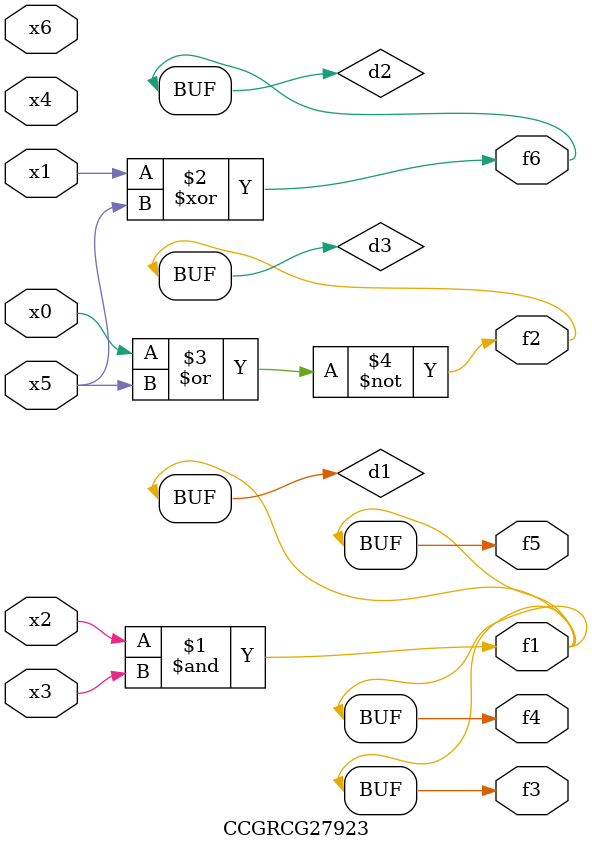
<source format=v>
module CCGRCG27923(
	input x0, x1, x2, x3, x4, x5, x6,
	output f1, f2, f3, f4, f5, f6
);

	wire d1, d2, d3;

	and (d1, x2, x3);
	xor (d2, x1, x5);
	nor (d3, x0, x5);
	assign f1 = d1;
	assign f2 = d3;
	assign f3 = d1;
	assign f4 = d1;
	assign f5 = d1;
	assign f6 = d2;
endmodule

</source>
